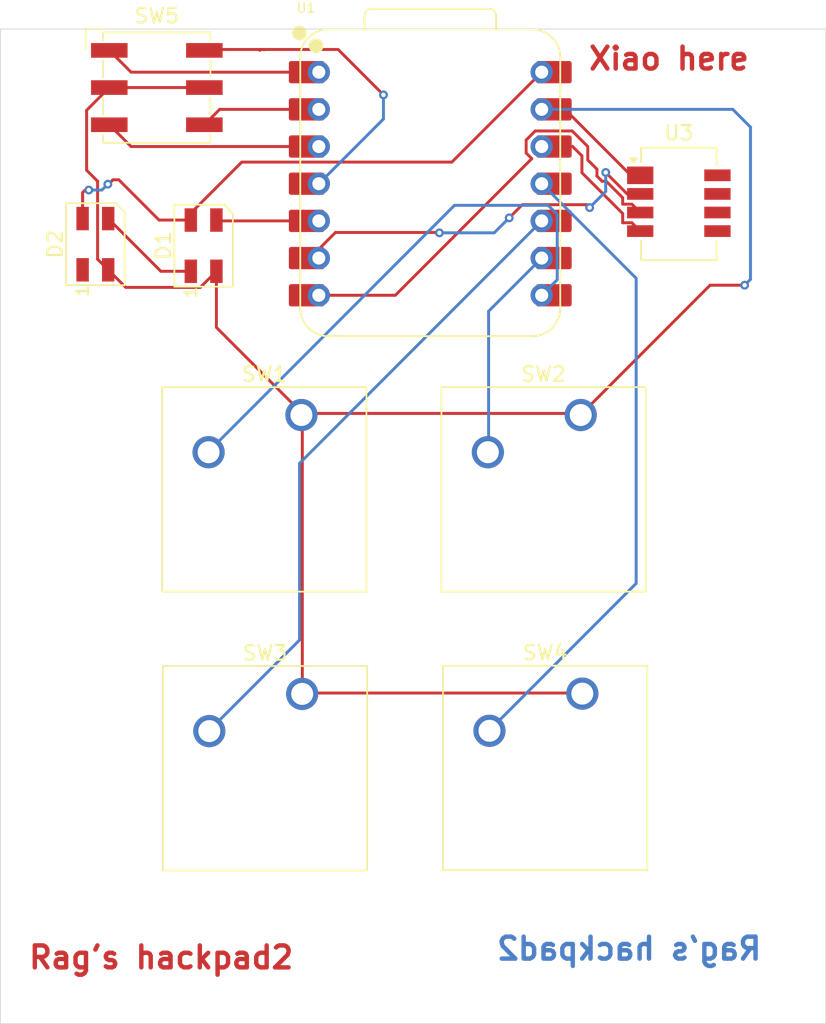
<source format=kicad_pcb>
(kicad_pcb (version 20241229) (generator "pcbnew") (generator_version "9.0")
  (layers (0 "F.Cu" signal) (2 "B.Cu" signal) (13 "F.Paste" user) (15 "B.Paste" user) (5 "F.SilkS" user "F.Silkscreen") (7 "B.SilkS" user "B.Silkscreen") (1 "F.Mask" user) (3 "B.Mask" user) (25 "Edge.Cuts" user))
  (net 0 "")
  (net 1 "+5V")
  (net 2 "Net-(D1-DOUT)")
  (net 3 "GND")
  (net 4 "Net-(D1-DIN)")
  (net 6 "Net-(U1-GPIO1{slash}RX)")
  (net 7 "Net-(U1-GPIO2{slash}SCK)")
  (net 8 "Net-(U1-GPIO4{slash}MISO)")
  (net 9 "Net-(U1-GPIO3{slash}MOSI)")
  (net 10 "Net-(U1-GPIO27{slash}ADC1{slash}A1)")
  (net 11 "Net-(U1-GPIO29{slash}ADC3{slash}A3)")
  (net 12 "Net-(U1-GPIO26{slash}ADC0{slash}A0)")
  (net 13 "Net-(U1-3V3)")
  (net 14 "Net-(U1-GPIO7{slash}SCL)")
  (net 15 "Net-(U1-GPIO0{slash}TX)")
  (net 16 "Net-(U1-GPIO28{slash}ADC2{slash}A2)")
  (footprint "Button_Switch_Keyboard:SW_Cherry_MX_1.00u_PCB" (layer "F.Cu") (at 176.1 115.4)
    (property "Reference" "SW4" (at -2.54 -2.794 0) (layer "F.SilkS"))
    (property "Value" "SW_Push")
    (fp_line (start -9.525 -1.905) (end 4.445 -1.905) (stroke (width 0.12)) (layer "F.SilkS"))
    (fp_line (start -9.525 12.065) (end -9.525 -1.905) (stroke (width 0.12)) (layer "F.SilkS"))
    (fp_line (start 4.445 -1.905) (end 4.445 12.065) (stroke (width 0.12)) (layer "F.SilkS"))
    (fp_line (start 4.445 12.065) (end -9.525 12.065) (stroke (width 0.12)) (layer "F.SilkS"))
    (pad "" np_thru_hole circle (at -7.62 5.08) (size 1.7 1.7) (drill 1.7) (layers "*.Cu" "*.Mask"))
    (pad "" np_thru_hole circle (at -2.54 5.08) (size 4 4) (drill 4) (layers "*.Cu" "*.Mask"))
    (pad "" np_thru_hole circle (at 2.54 5.08) (size 1.7 1.7) (drill 1.7) (layers "*.Cu" "*.Mask"))
    (pad "1" thru_hole circle (at 0 0) (size 2.2 2.2) (drill 1.5) (layers "*.Cu" "*.Mask") (net 3 "GND"))
    (pad "2" thru_hole circle (at -6.35 2.54) (size 2.2 2.2) (drill 1.5) (layers "*.Cu" "*.Mask") (net 9 "Net-(U1-GPIO3{slash}MOSI)"))
  )
  (footprint "LED_SMD:LED_SK6812MINI_PLCC4_3.5x3.5mm_P1.75mm" (layer "F.Cu") (at 142.8 84.7 90)
    (property "Reference" "D2" (at 0 -2.75 90) (layer "F.SilkS"))
    (property "Value" "SK6812MINI")
    (fp_line (start -2.8 -2) (end 2.8 -2) (stroke (width 0.12)) (layer "F.SilkS"))
    (fp_line (start -2.8 -2) (end -2.8 2) (stroke (width 0.12)) (layer "F.SilkS"))
    (fp_line (start 2.8 1.4) (end 2.8 -2) (stroke (width 0.12)) (layer "F.SilkS"))
    (fp_line (start 2.8 1.4) (end 2.2 2) (stroke (width 0.12)) (layer "F.SilkS"))
    (fp_line (start -2.8 2) (end 2.2 2) (stroke (width 0.12)) (layer "F.SilkS"))
    (fp_text user "1" (at -3.2 -0.875 90) (layer "F.SilkS") (effects (font (size 0.8 0.8))))
    (pad "1" smd rect (at -1.75 -0.875 90) (size 1.6 0.85) (layers "F.Cu" "F.Mask" "F.Paste"))
    (pad "2" smd rect (at -1.75 0.875 90) (size 1.6 0.85) (layers "F.Cu" "F.Mask" "F.Paste") (net 3 "GND"))
    (pad "3" smd rect (at 1.75 0.875 90) (size 1.6 0.85) (layers "F.Cu" "F.Mask" "F.Paste") (net 2 "Net-(D1-DOUT)"))
    (pad "4" smd rect (at 1.75 -0.875 90) (size 1.6 0.85) (layers "F.Cu" "F.Mask" "F.Paste") (net 1 "+5V"))
  )
  (footprint "OPL:XIAO-RP2040-DIP" (layer "F.Cu") (at 165.7 80.5685)
    (property "Reference" "U1" (at -8.5 -12 0) (layer "F.SilkS") (effects (font (size 0.635 0.635) (thickness 0.1016))))
    (property "Value" "XIAO-RP2040-DIP")
    (fp_line (start -8.89 8.509) (end -8.89 -8.636) (stroke (width 0.127)) (layer "F.SilkS"))
    (fp_line (start -6.985 10.414) (end 6.985 10.414) (stroke (width 0.127)) (layer "F.SilkS"))
    (fp_line (start -4.495 -10.541) (end -4.491272 -11.451272) (stroke (width 0.127)) (layer "F.SilkS"))
    (fp_line (start -3.991272 -11.951) (end 4.004 -11.951) (stroke (width 0.127)) (layer "F.SilkS"))
    (fp_line (start 4.504 -11.451) (end 4.504 -10.541) (stroke (width 0.127)) (layer "F.SilkS"))
    (fp_line (start 6.985 -10.541) (end -6.985 -10.541) (stroke (width 0.1)) (layer "F.SilkS"))
    (fp_line (start 6.985 -10.541) (end -6.985 -10.541) (stroke (width 0.127)) (layer "F.SilkS"))
    (fp_line (start 8.89 8.509) (end 8.89 -8.636) (stroke (width 0.127)) (layer "F.SilkS"))
    (fp_arc (start -8.89 -8.636) (mid -8.332038 -9.983038) (end -6.985 -10.541) (stroke (width 0.127)) (layer "F.SilkS"))
    (fp_arc (start -6.985 10.414) (mid -8.332038 9.856038) (end -8.89 8.509) (stroke (width 0.127)) (layer "F.SilkS"))
    (fp_arc (start -4.491272 -11.451272) (mid -4.344728 -11.80464) (end -3.991272 -11.951) (stroke (width 0.127)) (layer "F.SilkS"))
    (fp_arc (start 4.004 -11.951) (mid 4.357553 -11.804553) (end 4.504 -11.451) (stroke (width 0.127)) (layer "F.SilkS"))
    (fp_arc (start 6.985 -10.541) (mid 8.332038 -9.983038) (end 8.89 -8.636) (stroke (width 0.127)) (layer "F.SilkS"))
    (fp_arc (start 8.89 8.509) (mid 8.332038 9.856038) (end 6.985 10.414) (stroke (width 0.127)) (layer "F.SilkS"))
    (fp_circle (center -8.95 -10.3) (end -8.95 -10.554) (stroke (width 0.5)) (fill yes) (layer "F.SilkS"))
    (fp_circle (center -7.807 -9.42) (end -7.807 -9.674) (stroke (width 0.5)) (fill yes) (layer "F.SilkS"))
    (pad "1" smd roundrect (at -8.455 -7.62 180) (size 2.432 1.524) (layers "F.Cu" "F.Mask") (roundrect_rratio 0.1) (net 12 "Net-(U1-GPIO26{slash}ADC0{slash}A0)"))
    (pad "1" thru_hole circle (at -7.62 -7.62 180) (size 1.524 1.524) (drill 0.889) (layers "*.Cu" "*.Mask") (net 12 "Net-(U1-GPIO26{slash}ADC0{slash}A0)"))
    (pad "2" smd roundrect (at -8.455 -5.08 180) (size 2.432 1.524) (layers "F.Cu" "F.Mask") (roundrect_rratio 0.1) (net 10 "Net-(U1-GPIO27{slash}ADC1{slash}A1)"))
    (pad "2" thru_hole circle (at -7.62 -5.08 180) (size 1.524 1.524) (drill 0.889) (layers "*.Cu" "*.Mask") (net 10 "Net-(U1-GPIO27{slash}ADC1{slash}A1)"))
    (pad "3" smd roundrect (at -8.455 -2.54 180) (size 2.432 1.524) (layers "F.Cu" "F.Mask") (roundrect_rratio 0.1) (net 16 "Net-(U1-GPIO28{slash}ADC2{slash}A2)"))
    (pad "3" thru_hole circle (at -7.62 -2.54 180) (size 1.524 1.524) (drill 0.889) (layers "*.Cu" "*.Mask") (net 16 "Net-(U1-GPIO28{slash}ADC2{slash}A2)"))
    (pad "4" smd roundrect (at -8.455 0 180) (size 2.432 1.524) (layers "F.Cu" "F.Mask") (roundrect_rratio 0.1) (net 11 "Net-(U1-GPIO29{slash}ADC3{slash}A3)"))
    (pad "4" thru_hole circle (at -7.62 0 180) (size 1.524 1.524) (drill 0.889) (layers "*.Cu" "*.Mask") (net 11 "Net-(U1-GPIO29{slash}ADC3{slash}A3)"))
    (pad "5" smd roundrect (at -8.455 2.54 180) (size 2.432 1.524) (layers "F.Cu" "F.Mask") (roundrect_rratio 0.1) (net 4 "Net-(D1-DIN)"))
    (pad "5" thru_hole circle (at -7.62 2.54 180) (size 1.524 1.524) (drill 0.889) (layers "*.Cu" "*.Mask") (net 4 "Net-(D1-DIN)"))
    (pad "6" smd roundrect (at -8.455 5.08 180) (size 2.432 1.524) (layers "F.Cu" "F.Mask") (roundrect_rratio 0.1) (net 14 "Net-(U1-GPIO7{slash}SCL)"))
    (pad "6" thru_hole circle (at -7.62 5.08 180) (size 1.524 1.524) (drill 0.889) (layers "*.Cu" "*.Mask") (net 14 "Net-(U1-GPIO7{slash}SCL)"))
    (pad "7" smd roundrect (at -8.455 7.62 180) (size 2.432 1.524) (layers "F.Cu" "F.Mask") (roundrect_rratio 0.1) (net 15 "Net-(U1-GPIO0{slash}TX)"))
    (pad "7" thru_hole circle (at -7.62 7.62 180) (size 1.524 1.524) (drill 0.889) (layers "*.Cu" "*.Mask") (net 15 "Net-(U1-GPIO0{slash}TX)"))
    (pad "8" thru_hole circle (at 7.62 7.62) (size 1.524 1.524) (drill 0.889) (layers "*.Cu" "*.Mask") (net 6 "Net-(U1-GPIO1{slash}RX)"))
    (pad "8" smd roundrect (at 8.455 7.62) (size 2.432 1.524) (layers "F.Cu" "F.Mask") (roundrect_rratio 0.1) (net 6 "Net-(U1-GPIO1{slash}RX)"))
    (pad "9" thru_hole circle (at 7.62 5.08) (size 1.524 1.524) (drill 0.889) (layers "*.Cu" "*.Mask") (net 7 "Net-(U1-GPIO2{slash}SCK)"))
    (pad "9" smd roundrect (at 8.455 5.08) (size 2.432 1.524) (layers "F.Cu" "F.Mask") (roundrect_rratio 0.1) (net 7 "Net-(U1-GPIO2{slash}SCK)"))
    (pad "10" thru_hole circle (at 7.62 2.54) (size 1.524 1.524) (drill 0.889) (layers "*.Cu" "*.Mask") (net 8 "Net-(U1-GPIO4{slash}MISO)"))
    (pad "10" smd roundrect (at 8.455 2.54) (size 2.432 1.524) (layers "F.Cu" "F.Mask") (roundrect_rratio 0.1) (net 8 "Net-(U1-GPIO4{slash}MISO)"))
    (pad "11" thru_hole circle (at 7.62 0) (size 1.524 1.524) (drill 0.889) (layers "*.Cu" "*.Mask") (net 9 "Net-(U1-GPIO3{slash}MOSI)"))
    (pad "11" smd roundrect (at 8.455 0) (size 2.432 1.524) (layers "F.Cu" "F.Mask") (roundrect_rratio 0.1) (net 9 "Net-(U1-GPIO3{slash}MOSI)"))
    (pad "12" thru_hole circle (at 7.62 -2.54) (size 1.524 1.524) (drill 0.889) (layers "*.Cu" "*.Mask") (net 13 "Net-(U1-3V3)"))
    (pad "12" smd roundrect (at 8.455 -2.54) (size 2.432 1.524) (layers "F.Cu" "F.Mask") (roundrect_rratio 0.1) (net 13 "Net-(U1-3V3)"))
    (pad "13" thru_hole circle (at 7.62 -5.08) (size 1.524 1.524) (drill 0.889) (layers "*.Cu" "*.Mask") (net 3 "GND"))
    (pad "13" smd roundrect (at 8.455 -5.08) (size 2.432 1.524) (layers "F.Cu" "F.Mask") (roundrect_rratio 0.1) (net 3 "GND"))
    (pad "14" thru_hole circle (at 7.62 -7.62) (size 1.524 1.524) (drill 0.889) (layers "*.Cu" "*.Mask") (net 1 "+5V"))
    (pad "14" smd roundrect (at 8.455 -7.62) (size 2.432 1.524) (layers "F.Cu" "F.Mask") (roundrect_rratio 0.1) (net 1 "+5V"))
  )
  (footprint "Sensor:SHT1x" (layer "F.Cu") (at 182.7 81.9)
    (property "Reference" "U3" (at 0 -4.8 0) (layer "F.SilkS"))
    (property "Value" "SHT1x" (hide yes))
    (fp_line (start -2.58 -3.795) (end 2.58 -3.795) (stroke (width 0.12)) (layer "F.SilkS"))
    (fp_line (start -2.58 -2.8) (end -2.58 -3.795) (stroke (width 0.12)) (layer "F.SilkS"))
    (fp_line (start -2.58 3.895) (end -2.58 2.55) (stroke (width 0.12)) (layer "F.SilkS"))
    (fp_line (start -2.58 3.895) (end 2.58 3.895) (stroke (width 0.12)) (layer "F.SilkS"))
    (fp_line (start 2.58 -2.6) (end 2.58 -3.795) (stroke (width 0.12)) (layer "F.SilkS"))
    (fp_line (start 2.58 3.895) (end 2.58 2.6) (stroke (width 0.12)) (layer "F.SilkS"))
    (fp_poly (pts (xy -3.1 -2.75) (xy -3.34 -3.08) (xy -2.86 -3.08) (xy -3.1 -2.75)) (stroke (width 0.12)) (fill yes) (layer "F.SilkS"))
    (pad "1" smd rect (at -2.64 -1.905) (size 1.8 1.2) (layers "F.Cu" "F.Mask" "F.Paste") (net 3 "GND"))
    (pad "2" smd rect (at -2.64 -0.635) (size 1.8 0.8) (layers "F.Cu" "F.Mask" "F.Paste") (net 14 "Net-(U1-GPIO7{slash}SCL)"))
    (pad "3" smd rect (at -2.64 0.635) (size 1.8 0.8) (layers "F.Cu" "F.Mask" "F.Paste") (net 15 "Net-(U1-GPIO0{slash}TX)"))
    (pad "4" smd rect (at -2.64 1.905) (size 1.8 0.8) (layers "F.Cu" "F.Mask" "F.Paste") (net 13 "Net-(U1-3V3)"))
    (pad "5" smd rect (at 2.64 1.905) (size 1.8 0.8) (layers "F.Cu" "F.Mask" "F.Paste"))
    (pad "6" smd rect (at 2.64 0.635) (size 1.8 0.8) (layers "F.Cu" "F.Mask" "F.Paste"))
    (pad "7" smd rect (at 2.64 -0.635) (size 1.8 0.8) (layers "F.Cu" "F.Mask" "F.Paste"))
    (pad "8" smd rect (at 2.64 -1.905) (size 1.8 0.8) (layers "F.Cu" "F.Mask" "F.Paste"))
  )
  (footprint "Button_Switch_Keyboard:SW_Cherry_MX_1.00u_PCB" (layer "F.Cu") (at 156.89 96.37)
    (property "Reference" "SW1" (at -2.54 -2.794 0) (layer "F.SilkS"))
    (property "Value" "SW_Push")
    (fp_line (start -9.525 -1.905) (end 4.445 -1.905) (stroke (width 0.12)) (layer "F.SilkS"))
    (fp_line (start -9.525 12.065) (end -9.525 -1.905) (stroke (width 0.12)) (layer "F.SilkS"))
    (fp_line (start 4.445 -1.905) (end 4.445 12.065) (stroke (width 0.12)) (layer "F.SilkS"))
    (fp_line (start 4.445 12.065) (end -9.525 12.065) (stroke (width 0.12)) (layer "F.SilkS"))
    (pad "" np_thru_hole circle (at -7.62 5.08) (size 1.7 1.7) (drill 1.7) (layers "*.Cu" "*.Mask"))
    (pad "" np_thru_hole circle (at -2.54 5.08) (size 4 4) (drill 4) (layers "*.Cu" "*.Mask"))
    (pad "" np_thru_hole circle (at 2.54 5.08) (size 1.7 1.7) (drill 1.7) (layers "*.Cu" "*.Mask"))
    (pad "1" thru_hole circle (at 0 0) (size 2.2 2.2) (drill 1.5) (layers "*.Cu" "*.Mask") (net 3 "GND"))
    (pad "2" thru_hole circle (at -6.35 2.54) (size 2.2 2.2) (drill 1.5) (layers "*.Cu" "*.Mask") (net 6 "Net-(U1-GPIO1{slash}RX)"))
  )
  (footprint "Button_Switch_Keyboard:SW_Cherry_MX_1.00u_PCB" (layer "F.Cu") (at 175.99 96.37)
    (property "Reference" "SW2" (at -2.54 -2.794 0) (layer "F.SilkS"))
    (property "Value" "SW_Push")
    (fp_line (start -9.525 -1.905) (end 4.445 -1.905) (stroke (width 0.12)) (layer "F.SilkS"))
    (fp_line (start -9.525 12.065) (end -9.525 -1.905) (stroke (width 0.12)) (layer "F.SilkS"))
    (fp_line (start 4.445 -1.905) (end 4.445 12.065) (stroke (width 0.12)) (layer "F.SilkS"))
    (fp_line (start 4.445 12.065) (end -9.525 12.065) (stroke (width 0.12)) (layer "F.SilkS"))
    (pad "" np_thru_hole circle (at -7.62 5.08) (size 1.7 1.7) (drill 1.7) (layers "*.Cu" "*.Mask"))
    (pad "" np_thru_hole circle (at -2.54 5.08) (size 4 4) (drill 4) (layers "*.Cu" "*.Mask"))
    (pad "" np_thru_hole circle (at 2.54 5.08) (size 1.7 1.7) (drill 1.7) (layers "*.Cu" "*.Mask"))
    (pad "1" thru_hole circle (at 0 0) (size 2.2 2.2) (drill 1.5) (layers "*.Cu" "*.Mask") (net 3 "GND"))
    (pad "2" thru_hole circle (at -6.35 2.54) (size 2.2 2.2) (drill 1.5) (layers "*.Cu" "*.Mask") (net 7 "Net-(U1-GPIO2{slash}SCK)"))
  )
  (footprint "Button_Switch_SMD:Nidec_Copal_SH-7010A" (layer "F.Cu") (at 147 74)
    (property "Reference" "SW5" (at 0 -4.9 0) (layer "F.SilkS"))
    (property "Value" "SW_Coded_SH-7010")
    (fp_line (start -4.87 -4.02) (end -3.5 -4.02) (stroke (width 0.12)) (layer "F.SilkS"))
    (fp_line (start -4.87 -2.65) (end -4.87 -4.02) (stroke (width 0.12)) (layer "F.SilkS"))
    (fp_line (start -3.67 -3.77) (end 3.67 -3.77) (stroke (width 0.12)) (layer "F.SilkS"))
    (fp_line (start -3.67 -3.24) (end -3.67 -3.77) (stroke (width 0.12)) (layer "F.SilkS"))
    (fp_line (start -3.67 -1.84) (end -3.67 -0.7) (stroke (width 0.12)) (layer "F.SilkS"))
    (fp_line (start -3.67 0.7) (end -3.67 1.84) (stroke (width 0.12)) (layer "F.SilkS"))
    (fp_line (start -3.67 3.24) (end -3.67 3.77) (stroke (width 0.12)) (layer "F.SilkS"))
    (fp_line (start -3.67 3.77) (end 3.67 3.77) (stroke (width 0.12)) (layer "F.SilkS"))
    (fp_line (start 3.67 -3.77) (end 3.67 -3.24) (stroke (width 0.12)) (layer "F.SilkS"))
    (fp_line (start 3.67 -1.84) (end 3.67 -0.7) (stroke (width 0.12)) (layer "F.SilkS"))
    (fp_line (start 3.67 0.7) (end 3.67 1.84) (stroke (width 0.12)) (layer "F.SilkS"))
    (fp_line (start 3.67 3.77) (end 3.67 3.24) (stroke (width 0.12)) (layer "F.SilkS"))
    (pad "1" smd rect (at -3.25 -2.54) (size 2.5 1) (layers "F.Cu" "F.Mask" "F.Paste") (net 12 "Net-(U1-GPIO26{slash}ADC0{slash}A0)"))
    (pad "2" smd rect (at 3.25 2.54) (size 2.5 1) (layers "F.Cu" "F.Mask" "F.Paste") (net 10 "Net-(U1-GPIO27{slash}ADC1{slash}A1)"))
    (pad "4" smd rect (at -3.25 2.54) (size 2.5 1) (layers "F.Cu" "F.Mask" "F.Paste") (net 16 "Net-(U1-GPIO28{slash}ADC2{slash}A2)"))
    (pad "8" smd rect (at 3.25 -2.54) (size 2.5 1) (layers "F.Cu" "F.Mask" "F.Paste") (net 11 "Net-(U1-GPIO29{slash}ADC3{slash}A3)"))
    (pad "C" smd rect (at -3.25 0) (size 2.5 1) (layers "F.Cu" "F.Mask" "F.Paste") (net 3 "GND"))
    (pad "C" smd rect (at 3.25 0) (size 2.5 1) (layers "F.Cu" "F.Mask" "F.Paste") (net 3 "GND"))
  )
  (footprint "LED_SMD:LED_SK6812MINI_PLCC4_3.5x3.5mm_P1.75mm" (layer "F.Cu") (at 150.2 84.8 90)
    (property "Reference" "D1" (at 0 -2.75 90) (layer "F.SilkS"))
    (property "Value" "SK6812MINI")
    (fp_line (start -2.8 -2) (end 2.8 -2) (stroke (width 0.12)) (layer "F.SilkS"))
    (fp_line (start -2.8 -2) (end -2.8 2) (stroke (width 0.12)) (layer "F.SilkS"))
    (fp_line (start 2.8 1.4) (end 2.8 -2) (stroke (width 0.12)) (layer "F.SilkS"))
    (fp_line (start 2.8 1.4) (end 2.2 2) (stroke (width 0.12)) (layer "F.SilkS"))
    (fp_line (start -2.8 2) (end 2.2 2) (stroke (width 0.12)) (layer "F.SilkS"))
    (fp_text user "1" (at -3.2 -0.875 90) (layer "F.SilkS") (effects (font (size 0.8 0.8))))
    (pad "1" smd rect (at -1.75 -0.875 90) (size 1.6 0.85) (layers "F.Cu" "F.Mask" "F.Paste") (net 2 "Net-(D1-DOUT)"))
    (pad "2" smd rect (at -1.75 0.875 90) (size 1.6 0.85) (layers "F.Cu" "F.Mask" "F.Paste") (net 3 "GND"))
    (pad "3" smd rect (at 1.75 0.875 90) (size 1.6 0.85) (layers "F.Cu" "F.Mask" "F.Paste") (net 4 "Net-(D1-DIN)"))
    (pad "4" smd rect (at 1.75 -0.875 90) (size 1.6 0.85) (layers "F.Cu" "F.Mask" "F.Paste") (net 1 "+5V"))
  )
  (footprint "Button_Switch_Keyboard:SW_Cherry_MX_1.00u_PCB" (layer "F.Cu") (at 156.94 115.42)
    (property "Reference" "SW3" (at -2.54 -2.794 0) (layer "F.SilkS"))
    (property "Value" "SW_Push")
    (fp_line (start -9.525 -1.905) (end 4.445 -1.905) (stroke (width 0.12)) (layer "F.SilkS"))
    (fp_line (start -9.525 12.065) (end -9.525 -1.905) (stroke (width 0.12)) (layer "F.SilkS"))
    (fp_line (start 4.445 -1.905) (end 4.445 12.065) (stroke (width 0.12)) (layer "F.SilkS"))
    (fp_line (start 4.445 12.065) (end -9.525 12.065) (stroke (width 0.12)) (layer "F.SilkS"))
    (pad "" np_thru_hole circle (at -7.62 5.08) (size 1.7 1.7) (drill 1.7) (layers "*.Cu" "*.Mask"))
    (pad "" np_thru_hole circle (at -2.54 5.08) (size 4 4) (drill 4) (layers "*.Cu" "*.Mask"))
    (pad "" np_thru_hole circle (at 2.54 5.08) (size 1.7 1.7) (drill 1.7) (layers "*.Cu" "*.Mask"))
    (pad "1" thru_hole circle (at 0 0) (size 2.2 2.2) (drill 1.5) (layers "*.Cu" "*.Mask") (net 3 "GND"))
    (pad "2" thru_hole circle (at -6.35 2.54) (size 2.2 2.2) (drill 1.5) (layers "*.Cu" "*.Mask") (net 8 "Net-(U1-GPIO4{slash}MISO)"))
  )
  (gr_rect (start 136.3 70) (end 192.75 137.95) (stroke (width 0.05)) (fill no) (layer "Edge.Cuts"))
  (gr_text "Xiao here" (at 176.4 72.9 0) (layer "F.Cu") (effects (font (size 1.5 1.5) (thickness 0.3) (bold yes)) (justify left bottom)))
  (gr_text "Rag's hackpad2" (at 138.1 134.3 0) (layer "F.Cu") (effects (font (size 1.5 1.5) (thickness 0.3) (bold yes)) (justify left bottom)))
  (gr_text "Rag's hackpad2" (at 188.5 133.7 0) (layer "B.Cu") (effects (font (size 1.5 1.5) (thickness 0.3) (bold yes)) (justify left bottom mirror)))
  (segment (start 152.8085 79.0915) (end 149.325 82.575) (width 0.2) (layer "F.Cu") (net 1))
  (segment (start 144.4 80.3) (end 144 80.3) (width 0.2) (layer "F.Cu") (net 1))
  (segment (start 149.325 83.05) (end 147.15 83.05) (width 0.2) (layer "F.Cu") (net 1))
  (segment (start 141.925 81.725) (end 141.925 82.95) (width 0.2) (layer "F.Cu") (net 1))
  (segment (start 173.32 72.9485) (end 167.177 79.0915) (width 0.2) (layer "F.Cu") (net 1))
  (segment (start 143.7 80.6) (end 143.65 80.6) (width 0.2) (layer "F.Cu") (net 1))
  (segment (start 141.925 81.725) (end 141.925 81.175) (width 0.2) (layer "F.Cu") (net 1))
  (segment (start 167.177 79.0915) (end 152.8085 79.0915) (width 0.2) (layer "F.Cu") (net 1))
  (segment (start 147.15 83.05) (end 144.4 80.3) (width 0.2) (layer "F.Cu") (net 1))
  (segment (start 142.548 81) (end 142.349 81) (width 0.2) (layer "F.Cu") (net 1))
  (segment (start 144 80.3) (end 143.7 80.6) (width 0.2) (layer "F.Cu") (net 1))
  (segment (start 141.925 81.175) (end 142.1 81) (width 0.2) (layer "F.Cu") (net 1))
  (segment (start 149.325 82.575) (end 149.325 83.05) (width 0.2) (layer "F.Cu") (net 1))
  (segment (start 142.1 81) (end 142.548 81) (width 0.2) (layer "F.Cu") (net 1))
  (via (at 142.349 81) (size 0.6) (drill 0.3) (layers "F.Cu" "B.Cu") (net 1))
  (via (at 143.65 80.6) (size 0.6) (drill 0.3) (layers "F.Cu" "B.Cu") (net 1))
  (segment (start 143.25 81) (end 143.65 80.6) (width 0.2) (layer "B.Cu") (net 1))
  (segment (start 142.349 81) (end 143.25 81) (width 0.2) (layer "B.Cu") (net 1))
  (segment (start 147.275 86.55) (end 143.675 82.95) (width 0.2) (layer "F.Cu") (net 2))
  (segment (start 149.325 86.55) (end 147.275 86.55) (width 0.2) (layer "F.Cu") (net 2))
  (segment (start 143.675 86.45) (end 144.876 87.651) (width 0.2) (layer "F.Cu") (net 3))
  (segment (start 151.075 86.55) (end 151.075 90.385) (width 0.2) (layer "F.Cu") (net 3))
  (segment (start 156.95 115.36) (end 175.98 115.36) (width 0.2) (layer "F.Cu") (net 3))
  (segment (start 173.32 75.4885) (end 174.910664 75.4885) (width 0.2) (layer "F.Cu") (net 3))
  (segment (start 143.75 74) (end 150.25 74) (width 0.2) (layer "F.Cu") (net 3))
  (segment (start 179.417164 79.995) (end 180.06 79.995) (width 0.2) (layer "F.Cu") (net 3))
  (segment (start 156.95 96.26) (end 156.95 115.36) (width 0.2) (layer "F.Cu") (net 3))
  (segment (start 142.199 75.551) (end 142.199 79.647) (width 0.2) (layer "F.Cu") (net 3))
  (segment (start 184.84 87.5) (end 187.2 87.5) (width 0.2) (layer "F.Cu") (net 3))
  (segment (start 175.98 115.36) (end 176.04 115.42) (width 0.2) (layer "F.Cu") (net 3))
  (segment (start 143.75 74) (end 142.199 75.551) (width 0.2) (layer "F.Cu") (net 3))
  (segment (start 176.04 96.3) (end 184.84 87.5) (width 0.2) (layer "F.Cu") (net 3))
  (segment (start 176 96.26) (end 176.04 96.3) (width 0.2) (layer "F.Cu") (net 3))
  (segment (start 144.876 87.651) (end 149.974 87.651) (width 0.2) (layer "F.Cu") (net 3))
  (segment (start 149.974 87.651) (end 151.075 86.55) (width 0.2) (layer "F.Cu") (net 3))
  (segment (start 156.95 96.26) (end 176 96.26) (width 0.2) (layer "F.Cu") (net 3))
  (segment (start 151.075 90.385) (end 156.95 96.26) (width 0.2) (layer "F.Cu") (net 3))
  (segment (start 142.949 80.397) (end 142.949 85.724) (width 0.2) (layer "F.Cu") (net 3))
  (segment (start 142.199 79.647) (end 142.949 80.397) (width 0.2) (layer "F.Cu") (net 3))
  (segment (start 174.910664 75.4885) (end 179.417164 79.995) (width 0.2) (layer "F.Cu") (net 3))
  (segment (start 142.949 85.724) (end 143.675 86.45) (width 0.2) (layer "F.Cu") (net 3))
  (via (at 187.2 87.5) (size 0.6) (drill 0.3) (layers "F.Cu" "B.Cu") (net 3))
  (segment (start 186.3885 75.4885) (end 187.6 76.7) (width 0.2) (layer "B.Cu") (net 3))
  (segment (start 173.32 75.4885) (end 186.3885 75.4885) (width 0.2) (layer "B.Cu") (net 3))
  (segment (start 187.6 76.7) (end 187.6 87.1) (width 0.2) (layer "B.Cu") (net 3))
  (segment (start 187.6 87.1) (end 187.2 87.5) (width 0.2) (layer "B.Cu") (net 3))
  (segment (start 151.1335 83.1085) (end 151.075 83.05) (width 0.2) (layer "F.Cu") (net 4))
  (segment (start 157.245 83.1085) (end 151.1335 83.1085) (width 0.2) (layer "F.Cu") (net 4))
  (segment (start 167.3545 82.0455) (end 150.6 98.8) (width 0.2) (layer "B.Cu") (net 6))
  (segment (start 174.383 87.1255) (end 174.383 82.66819) (width 0.2) (layer "B.Cu") (net 6))
  (segment (start 173.32 88.1885) (end 174.383 87.1255) (width 0.2) (layer "B.Cu") (net 6))
  (segment (start 174.383 82.66819) (end 173.76031 82.0455) (width 0.2) (layer "B.Cu") (net 6))
  (segment (start 173.76031 82.0455) (end 167.3545 82.0455) (width 0.2) (layer "B.Cu") (net 6))
  (segment (start 169.69 89.2785) (end 169.69 98.84) (width 0.2) (layer "B.Cu") (net 7))
  (segment (start 173.32 85.6485) (end 169.69 89.2785) (width 0.2) (layer "B.Cu") (net 7))
  (segment (start 173.32 83.1085) (end 156.761 99.6675) (width 0.2) (layer "B.Cu") (net 8))
  (segment (start 156.761 111.739) (end 150.6 117.9) (width 0.2) (layer "B.Cu") (net 8))
  (segment (start 156.761 99.6675) (end 156.761 111.739) (width 0.2) (layer "B.Cu") (net 8))
  (segment (start 179.781 107.869) (end 169.69 117.96) (width 0.2) (layer "B.Cu") (net 9))
  (segment (start 173.32 80.5685) (end 179.781 87.0295) (width 0.2) (layer "B.Cu") (net 9))
  (segment (start 179.781 87.0295) (end 179.781 107.869) (width 0.2) (layer "B.Cu") (net 9))
  (segment (start 151.3015 75.4885) (end 150.25 76.54) (width 0.2) (layer "F.Cu") (net 10))
  (segment (start 158.08 75.4885) (end 151.3015 75.4885) (width 0.2) (layer "F.Cu") (net 10))
  (segment (start 154.1 71.4) (end 154.4 71.4) (width 0.2) (layer "F.Cu") (net 11))
  (segment (start 150.31 71.4) (end 159.4 71.4) (width 0.2) (layer "F.Cu") (net 11))
  (segment (start 150.25 71.46) (end 150.31 71.4) (width 0.2) (layer "F.Cu") (net 11))
  (segment (start 154.4 71.4) (end 154.3 71.4) (width 0.2) (layer "F.Cu") (net 11))
  (segment (start 154.04 71.46) (end 154.1 71.4) (width 0.2) (layer "F.Cu") (net 11))
  (segment (start 159.4 71.4) (end 162.5 74.5) (width 0.2) (layer "F.Cu") (net 11))
  (via (at 162.5 74.5) (size 0.6) (drill 0.3) (layers "F.Cu" "B.Cu") (net 11))
  (segment (start 162.5 76.1485) (end 158.08 80.5685) (width 0.2) (layer "B.Cu") (net 11))
  (segment (start 162.5 74.5) (end 162.5 76.1485) (width 0.2) (layer "B.Cu") (net 11))
  (segment (start 145.2385 72.9485) (end 158.08 72.9485) (width 0.2) (layer "F.Cu") (net 12))
  (segment (start 143.75 71.46) (end 145.2385 72.9485) (width 0.2) (layer "F.Cu") (net 12))
  (segment (start 179.491 83.236) (end 178.859 83.236) (width 0.2) (layer "F.Cu") (net 13))
  (segment (start 175.437474 78.0285) (end 174.155 78.0285) (width 0.2) (layer "F.Cu") (net 13))
  (segment (start 174.155 78.0285) (end 172.8715 78.0285) (width 0.2) (layer "F.Cu") (net 13))
  (segment (start 176.073 78.664026) (end 175.437474 78.0285) (width 0.2) (layer "F.Cu") (net 13))
  (segment (start 176.073 79.818) (end 176.073 78.664026) (width 0.2) (layer "F.Cu") (net 13))
  (segment (start 178.859 83.236) (end 178.859 82.604) (width 0.2) (layer "F.Cu") (net 13))
  (segment (start 178.859 82.604) (end 176.073 79.818) (width 0.2) (layer "F.Cu") (net 13))
  (segment (start 180.06 83.805) (end 179.491 83.236) (width 0.2) (layer "F.Cu") (net 13))
  (segment (start 166.3 83.9) (end 166.324265 83.924265) (width 0.2) (layer "F.Cu") (net 14))
  (segment (start 176.6 82.2) (end 176.4 82) (width 0.2) (layer "F.Cu") (net 14))
  (segment (start 158.08 85.034874) (end 159.214874 83.9) (width 0.2) (layer "F.Cu") (net 14))
  (segment (start 159.214874 83.9) (end 166.3 83.9) (width 0.2) (layer "F.Cu") (net 14))
  (segment (start 176.4 82) (end 172 82) (width 0.2) (layer "F.Cu") (net 14))
  (segment (start 158.08 85.6485) (end 158.08 85.034874) (width 0.2) (layer "F.Cu") (net 14))
  (segment (start 172 82) (end 171.1 82.9) (width 0.2) (layer "F.Cu") (net 14))
  (segment (start 179.165 81.265) (end 180.06 81.265) (width 0.2) (layer "F.Cu") (net 14))
  (segment (start 177.7 79.8) (end 179.165 81.265) (width 0.2) (layer "F.Cu") (net 14))
  (via (at 166.324265 83.924265) (size 0.6) (drill 0.3) (layers "F.Cu" "B.Cu") (net 14))
  (via (at 177.7 79.8) (size 0.6) (drill 0.3) (layers "F.Cu" "B.Cu") (net 14))
  (via (at 171.1 82.9) (size 0.6) (drill 0.3) (layers "F.Cu" "B.Cu") (net 14))
  (via (at 176.6 82.2) (size 0.6) (drill 0.3) (layers "F.Cu" "B.Cu") (net 14))
  (segment (start 166.324265 83.924265) (end 170.075735 83.924265) (width 0.2) (layer "B.Cu") (net 14))
  (segment (start 177.7 81.1) (end 177.7 79.8) (width 0.2) (layer "B.Cu") (net 14))
  (segment (start 170.075735 83.924265) (end 171.1 82.9) (width 0.2) (layer "B.Cu") (net 14))
  (segment (start 176.6 82.2) (end 177.7 81.1) (width 0.2) (layer "B.Cu") (net 14))
  (segment (start 178.859 81.5261) (end 177.7339 80.401) (width 0.2) (layer "F.Cu") (net 15))
  (segment (start 172.257 78.46881) (end 172.644095 78.855905) (width 0.2) (layer "F.Cu") (net 15))
  (segment (start 179.491 81.966) (end 178.859 81.966) (width 0.2) (layer "F.Cu") (net 15))
  (segment (start 175.410626 76.9655) (end 172.87969 76.9655) (width 0.2) (layer "F.Cu") (net 15))
  (segment (start 172.644095 78.855905) (end 163.3115 88.1885) (width 0.2) (layer "F.Cu") (net 15))
  (segment (start 178.859 81.966) (end 178.859 81.5261) (width 0.2) (layer "F.Cu") (net 15))
  (segment (start 177.451057 80.401) (end 177.099 80.048943) (width 0.2) (layer "F.Cu") (net 15))
  (segment (start 172.257 77.58819) (end 172.257 78.46881) (width 0.2) (layer "F.Cu") (net 15))
  (segment (start 176.474 78.949) (end 176.474 78.028874) (width 0.2) (layer "F.Cu") (net 15))
  (segment (start 177.099 79.574) (end 176.474 78.949) (width 0.2) (layer "F.Cu") (net 15))
  (segment (start 163.3115 88.1885) (end 158.08 88.1885) (width 0.2) (layer "F.Cu") (net 15))
  (segment (start 172.87969 76.9655) (end 172.257 77.58819) (width 0.2) (layer "F.Cu") (net 15))
  (segment (start 177.7339 80.401) (end 177.451057 80.401) (width 0.2) (layer "F.Cu") (net 15))
  (segment (start 176.474 78.028874) (end 175.410626 76.9655) (width 0.2) (layer "F.Cu") (net 15))
  (segment (start 177.099 80.048943) (end 177.099 79.574) (width 0.2) (layer "F.Cu") (net 15))
  (segment (start 180.06 82.535) (end 179.491 81.966) (width 0.2) (layer "F.Cu") (net 15))
  (segment (start 158.08 78.0285) (end 145.2385 78.0285) (width 0.2) (layer "F.Cu") (net 16))
  (segment (start 145.2385 78.0285) (end 143.75 76.54) (width 0.2) (layer "F.Cu") (net 16))
)
</source>
